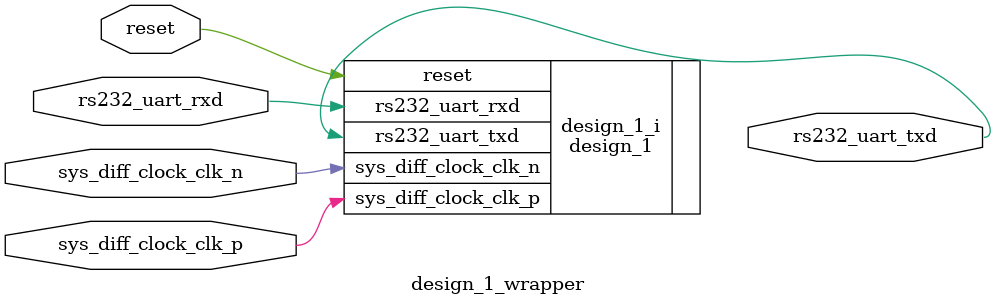
<source format=v>
`timescale 1 ps / 1 ps

module design_1_wrapper
   (reset,
    rs232_uart_rxd,
    rs232_uart_txd,
    sys_diff_clock_clk_n,
    sys_diff_clock_clk_p);
  input reset;
  input rs232_uart_rxd;
  output rs232_uart_txd;
  input sys_diff_clock_clk_n;
  input sys_diff_clock_clk_p;

  wire reset;
  wire rs232_uart_rxd;
  wire rs232_uart_txd;
  wire sys_diff_clock_clk_n;
  wire sys_diff_clock_clk_p;

  design_1 design_1_i
       (.reset(reset),
        .rs232_uart_rxd(rs232_uart_rxd),
        .rs232_uart_txd(rs232_uart_txd),
        .sys_diff_clock_clk_n(sys_diff_clock_clk_n),
        .sys_diff_clock_clk_p(sys_diff_clock_clk_p));
endmodule

</source>
